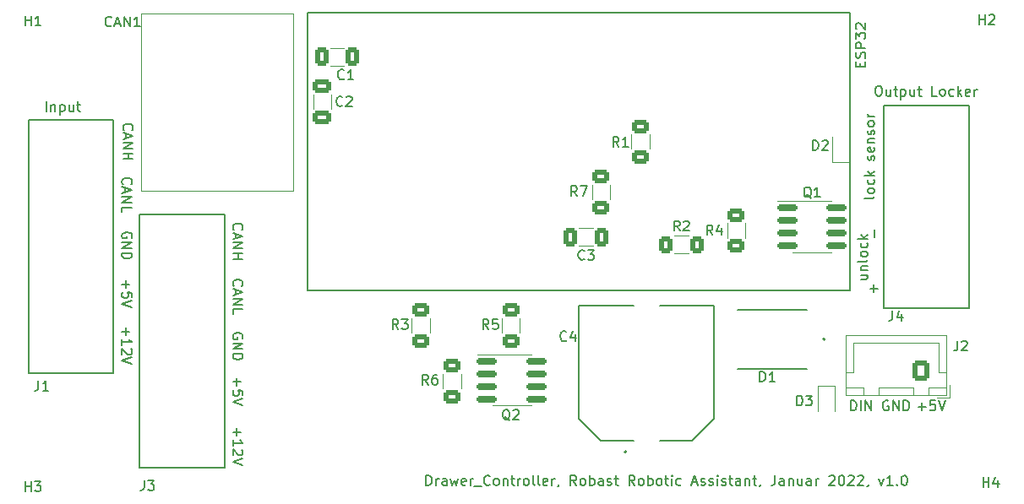
<source format=gto>
%TF.GenerationSoftware,KiCad,Pcbnew,(6.0.1)*%
%TF.CreationDate,2022-02-01T16:24:05+01:00*%
%TF.ProjectId,Drawer_Controller,44726177-6572-45f4-936f-6e74726f6c6c,rev?*%
%TF.SameCoordinates,Original*%
%TF.FileFunction,Legend,Top*%
%TF.FilePolarity,Positive*%
%FSLAX46Y46*%
G04 Gerber Fmt 4.6, Leading zero omitted, Abs format (unit mm)*
G04 Created by KiCad (PCBNEW (6.0.1)) date 2022-02-01 16:24:05*
%MOMM*%
%LPD*%
G01*
G04 APERTURE LIST*
G04 Aperture macros list*
%AMRoundRect*
0 Rectangle with rounded corners*
0 $1 Rounding radius*
0 $2 $3 $4 $5 $6 $7 $8 $9 X,Y pos of 4 corners*
0 Add a 4 corners polygon primitive as box body*
4,1,4,$2,$3,$4,$5,$6,$7,$8,$9,$2,$3,0*
0 Add four circle primitives for the rounded corners*
1,1,$1+$1,$2,$3*
1,1,$1+$1,$4,$5*
1,1,$1+$1,$6,$7*
1,1,$1+$1,$8,$9*
0 Add four rect primitives between the rounded corners*
20,1,$1+$1,$2,$3,$4,$5,0*
20,1,$1+$1,$4,$5,$6,$7,0*
20,1,$1+$1,$6,$7,$8,$9,0*
20,1,$1+$1,$8,$9,$2,$3,0*%
G04 Aperture macros list end*
%ADD10C,0.150000*%
%ADD11C,0.127000*%
%ADD12C,0.200000*%
%ADD13C,0.120000*%
%ADD14R,2.000000X5.700000*%
%ADD15R,1.560000X1.560000*%
%ADD16C,1.560000*%
%ADD17RoundRect,0.250000X0.625000X-0.400000X0.625000X0.400000X-0.625000X0.400000X-0.625000X-0.400000X0*%
%ADD18RoundRect,0.150000X-0.825000X-0.150000X0.825000X-0.150000X0.825000X0.150000X-0.825000X0.150000X0*%
%ADD19C,2.400000*%
%ADD20C,1.524000*%
%ADD21RoundRect,0.250000X-0.400000X-0.625000X0.400000X-0.625000X0.400000X0.625000X-0.400000X0.625000X0*%
%ADD22RoundRect,0.250000X-0.625000X0.400000X-0.625000X-0.400000X0.625000X-0.400000X0.625000X0.400000X0*%
%ADD23C,4.300000*%
%ADD24R,0.450000X0.600000*%
%ADD25RoundRect,0.250000X0.412500X0.650000X-0.412500X0.650000X-0.412500X-0.650000X0.412500X-0.650000X0*%
%ADD26RoundRect,0.250000X-0.650000X0.412500X-0.650000X-0.412500X0.650000X-0.412500X0.650000X0.412500X0*%
%ADD27RoundRect,0.250000X0.600000X0.725000X-0.600000X0.725000X-0.600000X-0.725000X0.600000X-0.725000X0*%
%ADD28O,1.700000X1.950000*%
%ADD29R,2.250000X3.120000*%
G04 APERTURE END LIST*
D10*
X113642857Y-112833333D02*
X113595238Y-112785714D01*
X113547619Y-112642857D01*
X113547619Y-112547619D01*
X113595238Y-112404761D01*
X113690476Y-112309523D01*
X113785714Y-112261904D01*
X113976190Y-112214285D01*
X114119047Y-112214285D01*
X114309523Y-112261904D01*
X114404761Y-112309523D01*
X114500000Y-112404761D01*
X114547619Y-112547619D01*
X114547619Y-112642857D01*
X114500000Y-112785714D01*
X114452380Y-112833333D01*
X113833333Y-113214285D02*
X113833333Y-113690476D01*
X113547619Y-113119047D02*
X114547619Y-113452380D01*
X113547619Y-113785714D01*
X113547619Y-114119047D02*
X114547619Y-114119047D01*
X113547619Y-114690476D01*
X114547619Y-114690476D01*
X113547619Y-115166666D02*
X114547619Y-115166666D01*
X114071428Y-115166666D02*
X114071428Y-115738095D01*
X113547619Y-115738095D02*
X114547619Y-115738095D01*
X186476190Y-140952380D02*
X186476190Y-139952380D01*
X186714285Y-139952380D01*
X186857142Y-140000000D01*
X186952380Y-140095238D01*
X187000000Y-140190476D01*
X187047619Y-140380952D01*
X187047619Y-140523809D01*
X187000000Y-140714285D01*
X186952380Y-140809523D01*
X186857142Y-140904761D01*
X186714285Y-140952380D01*
X186476190Y-140952380D01*
X187476190Y-140952380D02*
X187476190Y-139952380D01*
X187952380Y-140952380D02*
X187952380Y-139952380D01*
X188523809Y-140952380D01*
X188523809Y-139952380D01*
X187485714Y-127385714D02*
X188152380Y-127385714D01*
X187485714Y-127814285D02*
X188009523Y-127814285D01*
X188104761Y-127766666D01*
X188152380Y-127671428D01*
X188152380Y-127528571D01*
X188104761Y-127433333D01*
X188057142Y-127385714D01*
X187485714Y-126909523D02*
X188152380Y-126909523D01*
X187580952Y-126909523D02*
X187533333Y-126861904D01*
X187485714Y-126766666D01*
X187485714Y-126623809D01*
X187533333Y-126528571D01*
X187628571Y-126480952D01*
X188152380Y-126480952D01*
X188152380Y-125861904D02*
X188104761Y-125957142D01*
X188009523Y-126004761D01*
X187152380Y-126004761D01*
X188152380Y-125338095D02*
X188104761Y-125433333D01*
X188057142Y-125480952D01*
X187961904Y-125528571D01*
X187676190Y-125528571D01*
X187580952Y-125480952D01*
X187533333Y-125433333D01*
X187485714Y-125338095D01*
X187485714Y-125195238D01*
X187533333Y-125100000D01*
X187580952Y-125052380D01*
X187676190Y-125004761D01*
X187961904Y-125004761D01*
X188057142Y-125052380D01*
X188104761Y-125100000D01*
X188152380Y-125195238D01*
X188152380Y-125338095D01*
X188104761Y-124147619D02*
X188152380Y-124242857D01*
X188152380Y-124433333D01*
X188104761Y-124528571D01*
X188057142Y-124576190D01*
X187961904Y-124623809D01*
X187676190Y-124623809D01*
X187580952Y-124576190D01*
X187533333Y-124528571D01*
X187485714Y-124433333D01*
X187485714Y-124242857D01*
X187533333Y-124147619D01*
X188152380Y-123719047D02*
X187152380Y-123719047D01*
X187771428Y-123623809D02*
X188152380Y-123338095D01*
X187485714Y-123338095D02*
X187866666Y-123719047D01*
X125500000Y-133738095D02*
X125547619Y-133642857D01*
X125547619Y-133500000D01*
X125500000Y-133357142D01*
X125404761Y-133261904D01*
X125309523Y-133214285D01*
X125119047Y-133166666D01*
X124976190Y-133166666D01*
X124785714Y-133214285D01*
X124690476Y-133261904D01*
X124595238Y-133357142D01*
X124547619Y-133500000D01*
X124547619Y-133595238D01*
X124595238Y-133738095D01*
X124642857Y-133785714D01*
X124976190Y-133785714D01*
X124976190Y-133595238D01*
X124547619Y-134214285D02*
X125547619Y-134214285D01*
X124547619Y-134785714D01*
X125547619Y-134785714D01*
X124547619Y-135261904D02*
X125547619Y-135261904D01*
X125547619Y-135500000D01*
X125500000Y-135642857D01*
X125404761Y-135738095D01*
X125309523Y-135785714D01*
X125119047Y-135833333D01*
X124976190Y-135833333D01*
X124785714Y-135785714D01*
X124690476Y-135738095D01*
X124595238Y-135642857D01*
X124547619Y-135500000D01*
X124547619Y-135261904D01*
X124928571Y-137714285D02*
X124928571Y-138476190D01*
X124547619Y-138095238D02*
X125309523Y-138095238D01*
X125547619Y-139428571D02*
X125547619Y-138952380D01*
X125071428Y-138904761D01*
X125119047Y-138952380D01*
X125166666Y-139047619D01*
X125166666Y-139285714D01*
X125119047Y-139380952D01*
X125071428Y-139428571D01*
X124976190Y-139476190D01*
X124738095Y-139476190D01*
X124642857Y-139428571D01*
X124595238Y-139380952D01*
X124547619Y-139285714D01*
X124547619Y-139047619D01*
X124595238Y-138952380D01*
X124642857Y-138904761D01*
X125547619Y-139761904D02*
X124547619Y-140095238D01*
X125547619Y-140428571D01*
X113828571Y-127914285D02*
X113828571Y-128676190D01*
X113447619Y-128295238D02*
X114209523Y-128295238D01*
X114447619Y-129628571D02*
X114447619Y-129152380D01*
X113971428Y-129104761D01*
X114019047Y-129152380D01*
X114066666Y-129247619D01*
X114066666Y-129485714D01*
X114019047Y-129580952D01*
X113971428Y-129628571D01*
X113876190Y-129676190D01*
X113638095Y-129676190D01*
X113542857Y-129628571D01*
X113495238Y-129580952D01*
X113447619Y-129485714D01*
X113447619Y-129247619D01*
X113495238Y-129152380D01*
X113542857Y-129104761D01*
X114447619Y-129961904D02*
X113447619Y-130295238D01*
X114447619Y-130628571D01*
X188871428Y-123580952D02*
X188871428Y-122819047D01*
X124928571Y-142738095D02*
X124928571Y-143500000D01*
X124547619Y-143119047D02*
X125309523Y-143119047D01*
X124547619Y-144500000D02*
X124547619Y-143928571D01*
X124547619Y-144214285D02*
X125547619Y-144214285D01*
X125404761Y-144119047D01*
X125309523Y-144023809D01*
X125261904Y-143928571D01*
X125452380Y-144880952D02*
X125500000Y-144928571D01*
X125547619Y-145023809D01*
X125547619Y-145261904D01*
X125500000Y-145357142D01*
X125452380Y-145404761D01*
X125357142Y-145452380D01*
X125261904Y-145452380D01*
X125119047Y-145404761D01*
X124547619Y-144833333D01*
X124547619Y-145452380D01*
X125547619Y-145738095D02*
X124547619Y-146071428D01*
X125547619Y-146404761D01*
X190238095Y-140000000D02*
X190142857Y-139952380D01*
X190000000Y-139952380D01*
X189857142Y-140000000D01*
X189761904Y-140095238D01*
X189714285Y-140190476D01*
X189666666Y-140380952D01*
X189666666Y-140523809D01*
X189714285Y-140714285D01*
X189761904Y-140809523D01*
X189857142Y-140904761D01*
X190000000Y-140952380D01*
X190095238Y-140952380D01*
X190238095Y-140904761D01*
X190285714Y-140857142D01*
X190285714Y-140523809D01*
X190095238Y-140523809D01*
X190714285Y-140952380D02*
X190714285Y-139952380D01*
X191285714Y-140952380D01*
X191285714Y-139952380D01*
X191761904Y-140952380D02*
X191761904Y-139952380D01*
X192000000Y-139952380D01*
X192142857Y-140000000D01*
X192238095Y-140095238D01*
X192285714Y-140190476D01*
X192333333Y-140380952D01*
X192333333Y-140523809D01*
X192285714Y-140714285D01*
X192238095Y-140809523D01*
X192142857Y-140904761D01*
X192000000Y-140952380D01*
X191761904Y-140952380D01*
X193214285Y-140571428D02*
X193976190Y-140571428D01*
X193595238Y-140952380D02*
X193595238Y-140190476D01*
X194928571Y-139952380D02*
X194452380Y-139952380D01*
X194404761Y-140428571D01*
X194452380Y-140380952D01*
X194547619Y-140333333D01*
X194785714Y-140333333D01*
X194880952Y-140380952D01*
X194928571Y-140428571D01*
X194976190Y-140523809D01*
X194976190Y-140761904D01*
X194928571Y-140857142D01*
X194880952Y-140904761D01*
X194785714Y-140952380D01*
X194547619Y-140952380D01*
X194452380Y-140904761D01*
X194404761Y-140857142D01*
X195261904Y-139952380D02*
X195595238Y-140952380D01*
X195928571Y-139952380D01*
X124642857Y-122833333D02*
X124595238Y-122785714D01*
X124547619Y-122642857D01*
X124547619Y-122547619D01*
X124595238Y-122404761D01*
X124690476Y-122309523D01*
X124785714Y-122261904D01*
X124976190Y-122214285D01*
X125119047Y-122214285D01*
X125309523Y-122261904D01*
X125404761Y-122309523D01*
X125500000Y-122404761D01*
X125547619Y-122547619D01*
X125547619Y-122642857D01*
X125500000Y-122785714D01*
X125452380Y-122833333D01*
X124833333Y-123214285D02*
X124833333Y-123690476D01*
X124547619Y-123119047D02*
X125547619Y-123452380D01*
X124547619Y-123785714D01*
X124547619Y-124119047D02*
X125547619Y-124119047D01*
X124547619Y-124690476D01*
X125547619Y-124690476D01*
X124547619Y-125166666D02*
X125547619Y-125166666D01*
X125071428Y-125166666D02*
X125071428Y-125738095D01*
X124547619Y-125738095D02*
X125547619Y-125738095D01*
X188852380Y-119500000D02*
X188804761Y-119595238D01*
X188709523Y-119642857D01*
X187852380Y-119642857D01*
X188852380Y-118976190D02*
X188804761Y-119071428D01*
X188757142Y-119119047D01*
X188661904Y-119166666D01*
X188376190Y-119166666D01*
X188280952Y-119119047D01*
X188233333Y-119071428D01*
X188185714Y-118976190D01*
X188185714Y-118833333D01*
X188233333Y-118738095D01*
X188280952Y-118690476D01*
X188376190Y-118642857D01*
X188661904Y-118642857D01*
X188757142Y-118690476D01*
X188804761Y-118738095D01*
X188852380Y-118833333D01*
X188852380Y-118976190D01*
X188804761Y-117785714D02*
X188852380Y-117880952D01*
X188852380Y-118071428D01*
X188804761Y-118166666D01*
X188757142Y-118214285D01*
X188661904Y-118261904D01*
X188376190Y-118261904D01*
X188280952Y-118214285D01*
X188233333Y-118166666D01*
X188185714Y-118071428D01*
X188185714Y-117880952D01*
X188233333Y-117785714D01*
X188852380Y-117357142D02*
X187852380Y-117357142D01*
X188471428Y-117261904D02*
X188852380Y-116976190D01*
X188185714Y-116976190D02*
X188566666Y-117357142D01*
X188804761Y-115833333D02*
X188852380Y-115738095D01*
X188852380Y-115547619D01*
X188804761Y-115452380D01*
X188709523Y-115404761D01*
X188661904Y-115404761D01*
X188566666Y-115452380D01*
X188519047Y-115547619D01*
X188519047Y-115690476D01*
X188471428Y-115785714D01*
X188376190Y-115833333D01*
X188328571Y-115833333D01*
X188233333Y-115785714D01*
X188185714Y-115690476D01*
X188185714Y-115547619D01*
X188233333Y-115452380D01*
X188804761Y-114595238D02*
X188852380Y-114690476D01*
X188852380Y-114880952D01*
X188804761Y-114976190D01*
X188709523Y-115023809D01*
X188328571Y-115023809D01*
X188233333Y-114976190D01*
X188185714Y-114880952D01*
X188185714Y-114690476D01*
X188233333Y-114595238D01*
X188328571Y-114547619D01*
X188423809Y-114547619D01*
X188519047Y-115023809D01*
X188185714Y-114119047D02*
X188852380Y-114119047D01*
X188280952Y-114119047D02*
X188233333Y-114071428D01*
X188185714Y-113976190D01*
X188185714Y-113833333D01*
X188233333Y-113738095D01*
X188328571Y-113690476D01*
X188852380Y-113690476D01*
X188804761Y-113261904D02*
X188852380Y-113166666D01*
X188852380Y-112976190D01*
X188804761Y-112880952D01*
X188709523Y-112833333D01*
X188661904Y-112833333D01*
X188566666Y-112880952D01*
X188519047Y-112976190D01*
X188519047Y-113119047D01*
X188471428Y-113214285D01*
X188376190Y-113261904D01*
X188328571Y-113261904D01*
X188233333Y-113214285D01*
X188185714Y-113119047D01*
X188185714Y-112976190D01*
X188233333Y-112880952D01*
X188852380Y-112261904D02*
X188804761Y-112357142D01*
X188757142Y-112404761D01*
X188661904Y-112452380D01*
X188376190Y-112452380D01*
X188280952Y-112404761D01*
X188233333Y-112357142D01*
X188185714Y-112261904D01*
X188185714Y-112119047D01*
X188233333Y-112023809D01*
X188280952Y-111976190D01*
X188376190Y-111928571D01*
X188661904Y-111928571D01*
X188757142Y-111976190D01*
X188804761Y-112023809D01*
X188852380Y-112119047D01*
X188852380Y-112261904D01*
X188852380Y-111500000D02*
X188185714Y-111500000D01*
X188376190Y-111500000D02*
X188280952Y-111452380D01*
X188233333Y-111404761D01*
X188185714Y-111309523D01*
X188185714Y-111214285D01*
X188771428Y-129080952D02*
X188771428Y-128319047D01*
X189152380Y-128700000D02*
X188390476Y-128700000D01*
X187428571Y-106442857D02*
X187428571Y-106109523D01*
X187952380Y-105966666D02*
X187952380Y-106442857D01*
X186952380Y-106442857D01*
X186952380Y-105966666D01*
X187904761Y-105585714D02*
X187952380Y-105442857D01*
X187952380Y-105204761D01*
X187904761Y-105109523D01*
X187857142Y-105061904D01*
X187761904Y-105014285D01*
X187666666Y-105014285D01*
X187571428Y-105061904D01*
X187523809Y-105109523D01*
X187476190Y-105204761D01*
X187428571Y-105395238D01*
X187380952Y-105490476D01*
X187333333Y-105538095D01*
X187238095Y-105585714D01*
X187142857Y-105585714D01*
X187047619Y-105538095D01*
X187000000Y-105490476D01*
X186952380Y-105395238D01*
X186952380Y-105157142D01*
X187000000Y-105014285D01*
X187952380Y-104585714D02*
X186952380Y-104585714D01*
X186952380Y-104204761D01*
X187000000Y-104109523D01*
X187047619Y-104061904D01*
X187142857Y-104014285D01*
X187285714Y-104014285D01*
X187380952Y-104061904D01*
X187428571Y-104109523D01*
X187476190Y-104204761D01*
X187476190Y-104585714D01*
X186952380Y-103680952D02*
X186952380Y-103061904D01*
X187333333Y-103395238D01*
X187333333Y-103252380D01*
X187380952Y-103157142D01*
X187428571Y-103109523D01*
X187523809Y-103061904D01*
X187761904Y-103061904D01*
X187857142Y-103109523D01*
X187904761Y-103157142D01*
X187952380Y-103252380D01*
X187952380Y-103538095D01*
X187904761Y-103633333D01*
X187857142Y-103680952D01*
X187047619Y-102680952D02*
X187000000Y-102633333D01*
X186952380Y-102538095D01*
X186952380Y-102300000D01*
X187000000Y-102204761D01*
X187047619Y-102157142D01*
X187142857Y-102109523D01*
X187238095Y-102109523D01*
X187380952Y-102157142D01*
X187952380Y-102728571D01*
X187952380Y-102109523D01*
X114400000Y-123638095D02*
X114447619Y-123542857D01*
X114447619Y-123400000D01*
X114400000Y-123257142D01*
X114304761Y-123161904D01*
X114209523Y-123114285D01*
X114019047Y-123066666D01*
X113876190Y-123066666D01*
X113685714Y-123114285D01*
X113590476Y-123161904D01*
X113495238Y-123257142D01*
X113447619Y-123400000D01*
X113447619Y-123495238D01*
X113495238Y-123638095D01*
X113542857Y-123685714D01*
X113876190Y-123685714D01*
X113876190Y-123495238D01*
X113447619Y-124114285D02*
X114447619Y-124114285D01*
X113447619Y-124685714D01*
X114447619Y-124685714D01*
X113447619Y-125161904D02*
X114447619Y-125161904D01*
X114447619Y-125400000D01*
X114400000Y-125542857D01*
X114304761Y-125638095D01*
X114209523Y-125685714D01*
X114019047Y-125733333D01*
X113876190Y-125733333D01*
X113685714Y-125685714D01*
X113590476Y-125638095D01*
X113495238Y-125542857D01*
X113447619Y-125400000D01*
X113447619Y-125161904D01*
X124642857Y-128452380D02*
X124595238Y-128404761D01*
X124547619Y-128261904D01*
X124547619Y-128166666D01*
X124595238Y-128023809D01*
X124690476Y-127928571D01*
X124785714Y-127880952D01*
X124976190Y-127833333D01*
X125119047Y-127833333D01*
X125309523Y-127880952D01*
X125404761Y-127928571D01*
X125500000Y-128023809D01*
X125547619Y-128166666D01*
X125547619Y-128261904D01*
X125500000Y-128404761D01*
X125452380Y-128452380D01*
X124833333Y-128833333D02*
X124833333Y-129309523D01*
X124547619Y-128738095D02*
X125547619Y-129071428D01*
X124547619Y-129404761D01*
X124547619Y-129738095D02*
X125547619Y-129738095D01*
X124547619Y-130309523D01*
X125547619Y-130309523D01*
X124547619Y-131261904D02*
X124547619Y-130785714D01*
X125547619Y-130785714D01*
X143928571Y-148452380D02*
X143928571Y-147452380D01*
X144166666Y-147452380D01*
X144309523Y-147500000D01*
X144404761Y-147595238D01*
X144452380Y-147690476D01*
X144500000Y-147880952D01*
X144500000Y-148023809D01*
X144452380Y-148214285D01*
X144404761Y-148309523D01*
X144309523Y-148404761D01*
X144166666Y-148452380D01*
X143928571Y-148452380D01*
X144928571Y-148452380D02*
X144928571Y-147785714D01*
X144928571Y-147976190D02*
X144976190Y-147880952D01*
X145023809Y-147833333D01*
X145119047Y-147785714D01*
X145214285Y-147785714D01*
X145976190Y-148452380D02*
X145976190Y-147928571D01*
X145928571Y-147833333D01*
X145833333Y-147785714D01*
X145642857Y-147785714D01*
X145547619Y-147833333D01*
X145976190Y-148404761D02*
X145880952Y-148452380D01*
X145642857Y-148452380D01*
X145547619Y-148404761D01*
X145500000Y-148309523D01*
X145500000Y-148214285D01*
X145547619Y-148119047D01*
X145642857Y-148071428D01*
X145880952Y-148071428D01*
X145976190Y-148023809D01*
X146357142Y-147785714D02*
X146547619Y-148452380D01*
X146738095Y-147976190D01*
X146928571Y-148452380D01*
X147119047Y-147785714D01*
X147880952Y-148404761D02*
X147785714Y-148452380D01*
X147595238Y-148452380D01*
X147500000Y-148404761D01*
X147452380Y-148309523D01*
X147452380Y-147928571D01*
X147500000Y-147833333D01*
X147595238Y-147785714D01*
X147785714Y-147785714D01*
X147880952Y-147833333D01*
X147928571Y-147928571D01*
X147928571Y-148023809D01*
X147452380Y-148119047D01*
X148357142Y-148452380D02*
X148357142Y-147785714D01*
X148357142Y-147976190D02*
X148404761Y-147880952D01*
X148452380Y-147833333D01*
X148547619Y-147785714D01*
X148642857Y-147785714D01*
X148738095Y-148547619D02*
X149500000Y-148547619D01*
X150309523Y-148357142D02*
X150261904Y-148404761D01*
X150119047Y-148452380D01*
X150023809Y-148452380D01*
X149880952Y-148404761D01*
X149785714Y-148309523D01*
X149738095Y-148214285D01*
X149690476Y-148023809D01*
X149690476Y-147880952D01*
X149738095Y-147690476D01*
X149785714Y-147595238D01*
X149880952Y-147500000D01*
X150023809Y-147452380D01*
X150119047Y-147452380D01*
X150261904Y-147500000D01*
X150309523Y-147547619D01*
X150880952Y-148452380D02*
X150785714Y-148404761D01*
X150738095Y-148357142D01*
X150690476Y-148261904D01*
X150690476Y-147976190D01*
X150738095Y-147880952D01*
X150785714Y-147833333D01*
X150880952Y-147785714D01*
X151023809Y-147785714D01*
X151119047Y-147833333D01*
X151166666Y-147880952D01*
X151214285Y-147976190D01*
X151214285Y-148261904D01*
X151166666Y-148357142D01*
X151119047Y-148404761D01*
X151023809Y-148452380D01*
X150880952Y-148452380D01*
X151642857Y-147785714D02*
X151642857Y-148452380D01*
X151642857Y-147880952D02*
X151690476Y-147833333D01*
X151785714Y-147785714D01*
X151928571Y-147785714D01*
X152023809Y-147833333D01*
X152071428Y-147928571D01*
X152071428Y-148452380D01*
X152404761Y-147785714D02*
X152785714Y-147785714D01*
X152547619Y-147452380D02*
X152547619Y-148309523D01*
X152595238Y-148404761D01*
X152690476Y-148452380D01*
X152785714Y-148452380D01*
X153119047Y-148452380D02*
X153119047Y-147785714D01*
X153119047Y-147976190D02*
X153166666Y-147880952D01*
X153214285Y-147833333D01*
X153309523Y-147785714D01*
X153404761Y-147785714D01*
X153880952Y-148452380D02*
X153785714Y-148404761D01*
X153738095Y-148357142D01*
X153690476Y-148261904D01*
X153690476Y-147976190D01*
X153738095Y-147880952D01*
X153785714Y-147833333D01*
X153880952Y-147785714D01*
X154023809Y-147785714D01*
X154119047Y-147833333D01*
X154166666Y-147880952D01*
X154214285Y-147976190D01*
X154214285Y-148261904D01*
X154166666Y-148357142D01*
X154119047Y-148404761D01*
X154023809Y-148452380D01*
X153880952Y-148452380D01*
X154785714Y-148452380D02*
X154690476Y-148404761D01*
X154642857Y-148309523D01*
X154642857Y-147452380D01*
X155309523Y-148452380D02*
X155214285Y-148404761D01*
X155166666Y-148309523D01*
X155166666Y-147452380D01*
X156071428Y-148404761D02*
X155976190Y-148452380D01*
X155785714Y-148452380D01*
X155690476Y-148404761D01*
X155642857Y-148309523D01*
X155642857Y-147928571D01*
X155690476Y-147833333D01*
X155785714Y-147785714D01*
X155976190Y-147785714D01*
X156071428Y-147833333D01*
X156119047Y-147928571D01*
X156119047Y-148023809D01*
X155642857Y-148119047D01*
X156547619Y-148452380D02*
X156547619Y-147785714D01*
X156547619Y-147976190D02*
X156595238Y-147880952D01*
X156642857Y-147833333D01*
X156738095Y-147785714D01*
X156833333Y-147785714D01*
X157214285Y-148404761D02*
X157214285Y-148452380D01*
X157166666Y-148547619D01*
X157119047Y-148595238D01*
X158976190Y-148452380D02*
X158642857Y-147976190D01*
X158404761Y-148452380D02*
X158404761Y-147452380D01*
X158785714Y-147452380D01*
X158880952Y-147500000D01*
X158928571Y-147547619D01*
X158976190Y-147642857D01*
X158976190Y-147785714D01*
X158928571Y-147880952D01*
X158880952Y-147928571D01*
X158785714Y-147976190D01*
X158404761Y-147976190D01*
X159547619Y-148452380D02*
X159452380Y-148404761D01*
X159404761Y-148357142D01*
X159357142Y-148261904D01*
X159357142Y-147976190D01*
X159404761Y-147880952D01*
X159452380Y-147833333D01*
X159547619Y-147785714D01*
X159690476Y-147785714D01*
X159785714Y-147833333D01*
X159833333Y-147880952D01*
X159880952Y-147976190D01*
X159880952Y-148261904D01*
X159833333Y-148357142D01*
X159785714Y-148404761D01*
X159690476Y-148452380D01*
X159547619Y-148452380D01*
X160309523Y-148452380D02*
X160309523Y-147452380D01*
X160309523Y-147833333D02*
X160404761Y-147785714D01*
X160595238Y-147785714D01*
X160690476Y-147833333D01*
X160738095Y-147880952D01*
X160785714Y-147976190D01*
X160785714Y-148261904D01*
X160738095Y-148357142D01*
X160690476Y-148404761D01*
X160595238Y-148452380D01*
X160404761Y-148452380D01*
X160309523Y-148404761D01*
X161642857Y-148452380D02*
X161642857Y-147928571D01*
X161595238Y-147833333D01*
X161500000Y-147785714D01*
X161309523Y-147785714D01*
X161214285Y-147833333D01*
X161642857Y-148404761D02*
X161547619Y-148452380D01*
X161309523Y-148452380D01*
X161214285Y-148404761D01*
X161166666Y-148309523D01*
X161166666Y-148214285D01*
X161214285Y-148119047D01*
X161309523Y-148071428D01*
X161547619Y-148071428D01*
X161642857Y-148023809D01*
X162071428Y-148404761D02*
X162166666Y-148452380D01*
X162357142Y-148452380D01*
X162452380Y-148404761D01*
X162500000Y-148309523D01*
X162500000Y-148261904D01*
X162452380Y-148166666D01*
X162357142Y-148119047D01*
X162214285Y-148119047D01*
X162119047Y-148071428D01*
X162071428Y-147976190D01*
X162071428Y-147928571D01*
X162119047Y-147833333D01*
X162214285Y-147785714D01*
X162357142Y-147785714D01*
X162452380Y-147833333D01*
X162785714Y-147785714D02*
X163166666Y-147785714D01*
X162928571Y-147452380D02*
X162928571Y-148309523D01*
X162976190Y-148404761D01*
X163071428Y-148452380D01*
X163166666Y-148452380D01*
X164833333Y-148452380D02*
X164500000Y-147976190D01*
X164261904Y-148452380D02*
X164261904Y-147452380D01*
X164642857Y-147452380D01*
X164738095Y-147500000D01*
X164785714Y-147547619D01*
X164833333Y-147642857D01*
X164833333Y-147785714D01*
X164785714Y-147880952D01*
X164738095Y-147928571D01*
X164642857Y-147976190D01*
X164261904Y-147976190D01*
X165404761Y-148452380D02*
X165309523Y-148404761D01*
X165261904Y-148357142D01*
X165214285Y-148261904D01*
X165214285Y-147976190D01*
X165261904Y-147880952D01*
X165309523Y-147833333D01*
X165404761Y-147785714D01*
X165547619Y-147785714D01*
X165642857Y-147833333D01*
X165690476Y-147880952D01*
X165738095Y-147976190D01*
X165738095Y-148261904D01*
X165690476Y-148357142D01*
X165642857Y-148404761D01*
X165547619Y-148452380D01*
X165404761Y-148452380D01*
X166166666Y-148452380D02*
X166166666Y-147452380D01*
X166166666Y-147833333D02*
X166261904Y-147785714D01*
X166452380Y-147785714D01*
X166547619Y-147833333D01*
X166595238Y-147880952D01*
X166642857Y-147976190D01*
X166642857Y-148261904D01*
X166595238Y-148357142D01*
X166547619Y-148404761D01*
X166452380Y-148452380D01*
X166261904Y-148452380D01*
X166166666Y-148404761D01*
X167214285Y-148452380D02*
X167119047Y-148404761D01*
X167071428Y-148357142D01*
X167023809Y-148261904D01*
X167023809Y-147976190D01*
X167071428Y-147880952D01*
X167119047Y-147833333D01*
X167214285Y-147785714D01*
X167357142Y-147785714D01*
X167452380Y-147833333D01*
X167500000Y-147880952D01*
X167547619Y-147976190D01*
X167547619Y-148261904D01*
X167500000Y-148357142D01*
X167452380Y-148404761D01*
X167357142Y-148452380D01*
X167214285Y-148452380D01*
X167833333Y-147785714D02*
X168214285Y-147785714D01*
X167976190Y-147452380D02*
X167976190Y-148309523D01*
X168023809Y-148404761D01*
X168119047Y-148452380D01*
X168214285Y-148452380D01*
X168547619Y-148452380D02*
X168547619Y-147785714D01*
X168547619Y-147452380D02*
X168500000Y-147500000D01*
X168547619Y-147547619D01*
X168595238Y-147500000D01*
X168547619Y-147452380D01*
X168547619Y-147547619D01*
X169452380Y-148404761D02*
X169357142Y-148452380D01*
X169166666Y-148452380D01*
X169071428Y-148404761D01*
X169023809Y-148357142D01*
X168976190Y-148261904D01*
X168976190Y-147976190D01*
X169023809Y-147880952D01*
X169071428Y-147833333D01*
X169166666Y-147785714D01*
X169357142Y-147785714D01*
X169452380Y-147833333D01*
X170595238Y-148166666D02*
X171071428Y-148166666D01*
X170500000Y-148452380D02*
X170833333Y-147452380D01*
X171166666Y-148452380D01*
X171452380Y-148404761D02*
X171547619Y-148452380D01*
X171738095Y-148452380D01*
X171833333Y-148404761D01*
X171880952Y-148309523D01*
X171880952Y-148261904D01*
X171833333Y-148166666D01*
X171738095Y-148119047D01*
X171595238Y-148119047D01*
X171500000Y-148071428D01*
X171452380Y-147976190D01*
X171452380Y-147928571D01*
X171500000Y-147833333D01*
X171595238Y-147785714D01*
X171738095Y-147785714D01*
X171833333Y-147833333D01*
X172261904Y-148404761D02*
X172357142Y-148452380D01*
X172547619Y-148452380D01*
X172642857Y-148404761D01*
X172690476Y-148309523D01*
X172690476Y-148261904D01*
X172642857Y-148166666D01*
X172547619Y-148119047D01*
X172404761Y-148119047D01*
X172309523Y-148071428D01*
X172261904Y-147976190D01*
X172261904Y-147928571D01*
X172309523Y-147833333D01*
X172404761Y-147785714D01*
X172547619Y-147785714D01*
X172642857Y-147833333D01*
X173119047Y-148452380D02*
X173119047Y-147785714D01*
X173119047Y-147452380D02*
X173071428Y-147500000D01*
X173119047Y-147547619D01*
X173166666Y-147500000D01*
X173119047Y-147452380D01*
X173119047Y-147547619D01*
X173547619Y-148404761D02*
X173642857Y-148452380D01*
X173833333Y-148452380D01*
X173928571Y-148404761D01*
X173976190Y-148309523D01*
X173976190Y-148261904D01*
X173928571Y-148166666D01*
X173833333Y-148119047D01*
X173690476Y-148119047D01*
X173595238Y-148071428D01*
X173547619Y-147976190D01*
X173547619Y-147928571D01*
X173595238Y-147833333D01*
X173690476Y-147785714D01*
X173833333Y-147785714D01*
X173928571Y-147833333D01*
X174261904Y-147785714D02*
X174642857Y-147785714D01*
X174404761Y-147452380D02*
X174404761Y-148309523D01*
X174452380Y-148404761D01*
X174547619Y-148452380D01*
X174642857Y-148452380D01*
X175404761Y-148452380D02*
X175404761Y-147928571D01*
X175357142Y-147833333D01*
X175261904Y-147785714D01*
X175071428Y-147785714D01*
X174976190Y-147833333D01*
X175404761Y-148404761D02*
X175309523Y-148452380D01*
X175071428Y-148452380D01*
X174976190Y-148404761D01*
X174928571Y-148309523D01*
X174928571Y-148214285D01*
X174976190Y-148119047D01*
X175071428Y-148071428D01*
X175309523Y-148071428D01*
X175404761Y-148023809D01*
X175880952Y-147785714D02*
X175880952Y-148452380D01*
X175880952Y-147880952D02*
X175928571Y-147833333D01*
X176023809Y-147785714D01*
X176166666Y-147785714D01*
X176261904Y-147833333D01*
X176309523Y-147928571D01*
X176309523Y-148452380D01*
X176642857Y-147785714D02*
X177023809Y-147785714D01*
X176785714Y-147452380D02*
X176785714Y-148309523D01*
X176833333Y-148404761D01*
X176928571Y-148452380D01*
X177023809Y-148452380D01*
X177404761Y-148404761D02*
X177404761Y-148452380D01*
X177357142Y-148547619D01*
X177309523Y-148595238D01*
X178880952Y-147452380D02*
X178880952Y-148166666D01*
X178833333Y-148309523D01*
X178738095Y-148404761D01*
X178595238Y-148452380D01*
X178500000Y-148452380D01*
X179785714Y-148452380D02*
X179785714Y-147928571D01*
X179738095Y-147833333D01*
X179642857Y-147785714D01*
X179452380Y-147785714D01*
X179357142Y-147833333D01*
X179785714Y-148404761D02*
X179690476Y-148452380D01*
X179452380Y-148452380D01*
X179357142Y-148404761D01*
X179309523Y-148309523D01*
X179309523Y-148214285D01*
X179357142Y-148119047D01*
X179452380Y-148071428D01*
X179690476Y-148071428D01*
X179785714Y-148023809D01*
X180261904Y-147785714D02*
X180261904Y-148452380D01*
X180261904Y-147880952D02*
X180309523Y-147833333D01*
X180404761Y-147785714D01*
X180547619Y-147785714D01*
X180642857Y-147833333D01*
X180690476Y-147928571D01*
X180690476Y-148452380D01*
X181595238Y-147785714D02*
X181595238Y-148452380D01*
X181166666Y-147785714D02*
X181166666Y-148309523D01*
X181214285Y-148404761D01*
X181309523Y-148452380D01*
X181452380Y-148452380D01*
X181547619Y-148404761D01*
X181595238Y-148357142D01*
X182500000Y-148452380D02*
X182500000Y-147928571D01*
X182452380Y-147833333D01*
X182357142Y-147785714D01*
X182166666Y-147785714D01*
X182071428Y-147833333D01*
X182500000Y-148404761D02*
X182404761Y-148452380D01*
X182166666Y-148452380D01*
X182071428Y-148404761D01*
X182023809Y-148309523D01*
X182023809Y-148214285D01*
X182071428Y-148119047D01*
X182166666Y-148071428D01*
X182404761Y-148071428D01*
X182500000Y-148023809D01*
X182976190Y-148452380D02*
X182976190Y-147785714D01*
X182976190Y-147976190D02*
X183023809Y-147880952D01*
X183071428Y-147833333D01*
X183166666Y-147785714D01*
X183261904Y-147785714D01*
X184309523Y-147547619D02*
X184357142Y-147500000D01*
X184452380Y-147452380D01*
X184690476Y-147452380D01*
X184785714Y-147500000D01*
X184833333Y-147547619D01*
X184880952Y-147642857D01*
X184880952Y-147738095D01*
X184833333Y-147880952D01*
X184261904Y-148452380D01*
X184880952Y-148452380D01*
X185500000Y-147452380D02*
X185595238Y-147452380D01*
X185690476Y-147500000D01*
X185738095Y-147547619D01*
X185785714Y-147642857D01*
X185833333Y-147833333D01*
X185833333Y-148071428D01*
X185785714Y-148261904D01*
X185738095Y-148357142D01*
X185690476Y-148404761D01*
X185595238Y-148452380D01*
X185500000Y-148452380D01*
X185404761Y-148404761D01*
X185357142Y-148357142D01*
X185309523Y-148261904D01*
X185261904Y-148071428D01*
X185261904Y-147833333D01*
X185309523Y-147642857D01*
X185357142Y-147547619D01*
X185404761Y-147500000D01*
X185500000Y-147452380D01*
X186214285Y-147547619D02*
X186261904Y-147500000D01*
X186357142Y-147452380D01*
X186595238Y-147452380D01*
X186690476Y-147500000D01*
X186738095Y-147547619D01*
X186785714Y-147642857D01*
X186785714Y-147738095D01*
X186738095Y-147880952D01*
X186166666Y-148452380D01*
X186785714Y-148452380D01*
X187166666Y-147547619D02*
X187214285Y-147500000D01*
X187309523Y-147452380D01*
X187547619Y-147452380D01*
X187642857Y-147500000D01*
X187690476Y-147547619D01*
X187738095Y-147642857D01*
X187738095Y-147738095D01*
X187690476Y-147880952D01*
X187119047Y-148452380D01*
X187738095Y-148452380D01*
X188214285Y-148404761D02*
X188214285Y-148452380D01*
X188166666Y-148547619D01*
X188119047Y-148595238D01*
X189309523Y-147785714D02*
X189547619Y-148452380D01*
X189785714Y-147785714D01*
X190690476Y-148452380D02*
X190119047Y-148452380D01*
X190404761Y-148452380D02*
X190404761Y-147452380D01*
X190309523Y-147595238D01*
X190214285Y-147690476D01*
X190119047Y-147738095D01*
X191119047Y-148357142D02*
X191166666Y-148404761D01*
X191119047Y-148452380D01*
X191071428Y-148404761D01*
X191119047Y-148357142D01*
X191119047Y-148452380D01*
X191785714Y-147452380D02*
X191880952Y-147452380D01*
X191976190Y-147500000D01*
X192023809Y-147547619D01*
X192071428Y-147642857D01*
X192119047Y-147833333D01*
X192119047Y-148071428D01*
X192071428Y-148261904D01*
X192023809Y-148357142D01*
X191976190Y-148404761D01*
X191880952Y-148452380D01*
X191785714Y-148452380D01*
X191690476Y-148404761D01*
X191642857Y-148357142D01*
X191595238Y-148261904D01*
X191547619Y-148071428D01*
X191547619Y-147833333D01*
X191595238Y-147642857D01*
X191642857Y-147547619D01*
X191690476Y-147500000D01*
X191785714Y-147452380D01*
X189166666Y-108402380D02*
X189357142Y-108402380D01*
X189452380Y-108450000D01*
X189547619Y-108545238D01*
X189595238Y-108735714D01*
X189595238Y-109069047D01*
X189547619Y-109259523D01*
X189452380Y-109354761D01*
X189357142Y-109402380D01*
X189166666Y-109402380D01*
X189071428Y-109354761D01*
X188976190Y-109259523D01*
X188928571Y-109069047D01*
X188928571Y-108735714D01*
X188976190Y-108545238D01*
X189071428Y-108450000D01*
X189166666Y-108402380D01*
X190452380Y-108735714D02*
X190452380Y-109402380D01*
X190023809Y-108735714D02*
X190023809Y-109259523D01*
X190071428Y-109354761D01*
X190166666Y-109402380D01*
X190309523Y-109402380D01*
X190404761Y-109354761D01*
X190452380Y-109307142D01*
X190785714Y-108735714D02*
X191166666Y-108735714D01*
X190928571Y-108402380D02*
X190928571Y-109259523D01*
X190976190Y-109354761D01*
X191071428Y-109402380D01*
X191166666Y-109402380D01*
X191500000Y-108735714D02*
X191500000Y-109735714D01*
X191500000Y-108783333D02*
X191595238Y-108735714D01*
X191785714Y-108735714D01*
X191880952Y-108783333D01*
X191928571Y-108830952D01*
X191976190Y-108926190D01*
X191976190Y-109211904D01*
X191928571Y-109307142D01*
X191880952Y-109354761D01*
X191785714Y-109402380D01*
X191595238Y-109402380D01*
X191500000Y-109354761D01*
X192833333Y-108735714D02*
X192833333Y-109402380D01*
X192404761Y-108735714D02*
X192404761Y-109259523D01*
X192452380Y-109354761D01*
X192547619Y-109402380D01*
X192690476Y-109402380D01*
X192785714Y-109354761D01*
X192833333Y-109307142D01*
X193166666Y-108735714D02*
X193547619Y-108735714D01*
X193309523Y-108402380D02*
X193309523Y-109259523D01*
X193357142Y-109354761D01*
X193452380Y-109402380D01*
X193547619Y-109402380D01*
X195119047Y-109402380D02*
X194642857Y-109402380D01*
X194642857Y-108402380D01*
X195595238Y-109402380D02*
X195500000Y-109354761D01*
X195452380Y-109307142D01*
X195404761Y-109211904D01*
X195404761Y-108926190D01*
X195452380Y-108830952D01*
X195500000Y-108783333D01*
X195595238Y-108735714D01*
X195738095Y-108735714D01*
X195833333Y-108783333D01*
X195880952Y-108830952D01*
X195928571Y-108926190D01*
X195928571Y-109211904D01*
X195880952Y-109307142D01*
X195833333Y-109354761D01*
X195738095Y-109402380D01*
X195595238Y-109402380D01*
X196785714Y-109354761D02*
X196690476Y-109402380D01*
X196500000Y-109402380D01*
X196404761Y-109354761D01*
X196357142Y-109307142D01*
X196309523Y-109211904D01*
X196309523Y-108926190D01*
X196357142Y-108830952D01*
X196404761Y-108783333D01*
X196500000Y-108735714D01*
X196690476Y-108735714D01*
X196785714Y-108783333D01*
X197214285Y-109402380D02*
X197214285Y-108402380D01*
X197309523Y-109021428D02*
X197595238Y-109402380D01*
X197595238Y-108735714D02*
X197214285Y-109116666D01*
X198404761Y-109354761D02*
X198309523Y-109402380D01*
X198119047Y-109402380D01*
X198023809Y-109354761D01*
X197976190Y-109259523D01*
X197976190Y-108878571D01*
X198023809Y-108783333D01*
X198119047Y-108735714D01*
X198309523Y-108735714D01*
X198404761Y-108783333D01*
X198452380Y-108878571D01*
X198452380Y-108973809D01*
X197976190Y-109069047D01*
X198880952Y-109402380D02*
X198880952Y-108735714D01*
X198880952Y-108926190D02*
X198928571Y-108830952D01*
X198976190Y-108783333D01*
X199071428Y-108735714D01*
X199166666Y-108735714D01*
X105857142Y-110952380D02*
X105857142Y-109952380D01*
X106333333Y-110285714D02*
X106333333Y-110952380D01*
X106333333Y-110380952D02*
X106380952Y-110333333D01*
X106476190Y-110285714D01*
X106619047Y-110285714D01*
X106714285Y-110333333D01*
X106761904Y-110428571D01*
X106761904Y-110952380D01*
X107238095Y-110285714D02*
X107238095Y-111285714D01*
X107238095Y-110333333D02*
X107333333Y-110285714D01*
X107523809Y-110285714D01*
X107619047Y-110333333D01*
X107666666Y-110380952D01*
X107714285Y-110476190D01*
X107714285Y-110761904D01*
X107666666Y-110857142D01*
X107619047Y-110904761D01*
X107523809Y-110952380D01*
X107333333Y-110952380D01*
X107238095Y-110904761D01*
X108571428Y-110285714D02*
X108571428Y-110952380D01*
X108142857Y-110285714D02*
X108142857Y-110809523D01*
X108190476Y-110904761D01*
X108285714Y-110952380D01*
X108428571Y-110952380D01*
X108523809Y-110904761D01*
X108571428Y-110857142D01*
X108904761Y-110285714D02*
X109285714Y-110285714D01*
X109047619Y-109952380D02*
X109047619Y-110809523D01*
X109095238Y-110904761D01*
X109190476Y-110952380D01*
X109285714Y-110952380D01*
X113542857Y-118252380D02*
X113495238Y-118204761D01*
X113447619Y-118061904D01*
X113447619Y-117966666D01*
X113495238Y-117823809D01*
X113590476Y-117728571D01*
X113685714Y-117680952D01*
X113876190Y-117633333D01*
X114019047Y-117633333D01*
X114209523Y-117680952D01*
X114304761Y-117728571D01*
X114400000Y-117823809D01*
X114447619Y-117966666D01*
X114447619Y-118061904D01*
X114400000Y-118204761D01*
X114352380Y-118252380D01*
X113733333Y-118633333D02*
X113733333Y-119109523D01*
X113447619Y-118538095D02*
X114447619Y-118871428D01*
X113447619Y-119204761D01*
X113447619Y-119538095D02*
X114447619Y-119538095D01*
X113447619Y-120109523D01*
X114447619Y-120109523D01*
X113447619Y-121061904D02*
X113447619Y-120585714D01*
X114447619Y-120585714D01*
X113828571Y-132638095D02*
X113828571Y-133400000D01*
X113447619Y-133019047D02*
X114209523Y-133019047D01*
X113447619Y-134400000D02*
X113447619Y-133828571D01*
X113447619Y-134114285D02*
X114447619Y-134114285D01*
X114304761Y-134019047D01*
X114209523Y-133923809D01*
X114161904Y-133828571D01*
X114352380Y-134780952D02*
X114400000Y-134828571D01*
X114447619Y-134923809D01*
X114447619Y-135161904D01*
X114400000Y-135257142D01*
X114352380Y-135304761D01*
X114257142Y-135352380D01*
X114161904Y-135352380D01*
X114019047Y-135304761D01*
X113447619Y-134733333D01*
X113447619Y-135352380D01*
X114447619Y-135638095D02*
X113447619Y-135971428D01*
X114447619Y-136304761D01*
%TO.C,C4*%
X157983333Y-133907142D02*
X157935714Y-133954761D01*
X157792857Y-134002380D01*
X157697619Y-134002380D01*
X157554761Y-133954761D01*
X157459523Y-133859523D01*
X157411904Y-133764285D01*
X157364285Y-133573809D01*
X157364285Y-133430952D01*
X157411904Y-133240476D01*
X157459523Y-133145238D01*
X157554761Y-133050000D01*
X157697619Y-133002380D01*
X157792857Y-133002380D01*
X157935714Y-133050000D01*
X157983333Y-133097619D01*
X158840476Y-133335714D02*
X158840476Y-134002380D01*
X158602380Y-132954761D02*
X158364285Y-133669047D01*
X158983333Y-133669047D01*
%TO.C,R6*%
X144133333Y-138352380D02*
X143800000Y-137876190D01*
X143561904Y-138352380D02*
X143561904Y-137352380D01*
X143942857Y-137352380D01*
X144038095Y-137400000D01*
X144085714Y-137447619D01*
X144133333Y-137542857D01*
X144133333Y-137685714D01*
X144085714Y-137780952D01*
X144038095Y-137828571D01*
X143942857Y-137876190D01*
X143561904Y-137876190D01*
X144990476Y-137352380D02*
X144800000Y-137352380D01*
X144704761Y-137400000D01*
X144657142Y-137447619D01*
X144561904Y-137590476D01*
X144514285Y-137780952D01*
X144514285Y-138161904D01*
X144561904Y-138257142D01*
X144609523Y-138304761D01*
X144704761Y-138352380D01*
X144895238Y-138352380D01*
X144990476Y-138304761D01*
X145038095Y-138257142D01*
X145085714Y-138161904D01*
X145085714Y-137923809D01*
X145038095Y-137828571D01*
X144990476Y-137780952D01*
X144895238Y-137733333D01*
X144704761Y-137733333D01*
X144609523Y-137780952D01*
X144561904Y-137828571D01*
X144514285Y-137923809D01*
%TO.C,Q1*%
X182504761Y-119647619D02*
X182409523Y-119600000D01*
X182314285Y-119504761D01*
X182171428Y-119361904D01*
X182076190Y-119314285D01*
X181980952Y-119314285D01*
X182028571Y-119552380D02*
X181933333Y-119504761D01*
X181838095Y-119409523D01*
X181790476Y-119219047D01*
X181790476Y-118885714D01*
X181838095Y-118695238D01*
X181933333Y-118600000D01*
X182028571Y-118552380D01*
X182219047Y-118552380D01*
X182314285Y-118600000D01*
X182409523Y-118695238D01*
X182457142Y-118885714D01*
X182457142Y-119219047D01*
X182409523Y-119409523D01*
X182314285Y-119504761D01*
X182219047Y-119552380D01*
X182028571Y-119552380D01*
X183409523Y-119552380D02*
X182838095Y-119552380D01*
X183123809Y-119552380D02*
X183123809Y-118552380D01*
X183028571Y-118695238D01*
X182933333Y-118790476D01*
X182838095Y-118838095D01*
%TO.C,J1*%
X105066666Y-137952380D02*
X105066666Y-138666666D01*
X105019047Y-138809523D01*
X104923809Y-138904761D01*
X104780952Y-138952380D01*
X104685714Y-138952380D01*
X106066666Y-138952380D02*
X105495238Y-138952380D01*
X105780952Y-138952380D02*
X105780952Y-137952380D01*
X105685714Y-138095238D01*
X105590476Y-138190476D01*
X105495238Y-138238095D01*
%TO.C,CAN1*%
X112380952Y-102357142D02*
X112333333Y-102404761D01*
X112190476Y-102452380D01*
X112095238Y-102452380D01*
X111952380Y-102404761D01*
X111857142Y-102309523D01*
X111809523Y-102214285D01*
X111761904Y-102023809D01*
X111761904Y-101880952D01*
X111809523Y-101690476D01*
X111857142Y-101595238D01*
X111952380Y-101500000D01*
X112095238Y-101452380D01*
X112190476Y-101452380D01*
X112333333Y-101500000D01*
X112380952Y-101547619D01*
X112761904Y-102166666D02*
X113238095Y-102166666D01*
X112666666Y-102452380D02*
X113000000Y-101452380D01*
X113333333Y-102452380D01*
X113666666Y-102452380D02*
X113666666Y-101452380D01*
X114238095Y-102452380D01*
X114238095Y-101452380D01*
X115238095Y-102452380D02*
X114666666Y-102452380D01*
X114952380Y-102452380D02*
X114952380Y-101452380D01*
X114857142Y-101595238D01*
X114761904Y-101690476D01*
X114666666Y-101738095D01*
%TO.C,R2*%
X169333333Y-122932380D02*
X169000000Y-122456190D01*
X168761904Y-122932380D02*
X168761904Y-121932380D01*
X169142857Y-121932380D01*
X169238095Y-121980000D01*
X169285714Y-122027619D01*
X169333333Y-122122857D01*
X169333333Y-122265714D01*
X169285714Y-122360952D01*
X169238095Y-122408571D01*
X169142857Y-122456190D01*
X168761904Y-122456190D01*
X169714285Y-122027619D02*
X169761904Y-121980000D01*
X169857142Y-121932380D01*
X170095238Y-121932380D01*
X170190476Y-121980000D01*
X170238095Y-122027619D01*
X170285714Y-122122857D01*
X170285714Y-122218095D01*
X170238095Y-122360952D01*
X169666666Y-122932380D01*
X170285714Y-122932380D01*
%TO.C,Q2*%
X152304761Y-141947619D02*
X152209523Y-141900000D01*
X152114285Y-141804761D01*
X151971428Y-141661904D01*
X151876190Y-141614285D01*
X151780952Y-141614285D01*
X151828571Y-141852380D02*
X151733333Y-141804761D01*
X151638095Y-141709523D01*
X151590476Y-141519047D01*
X151590476Y-141185714D01*
X151638095Y-140995238D01*
X151733333Y-140900000D01*
X151828571Y-140852380D01*
X152019047Y-140852380D01*
X152114285Y-140900000D01*
X152209523Y-140995238D01*
X152257142Y-141185714D01*
X152257142Y-141519047D01*
X152209523Y-141709523D01*
X152114285Y-141804761D01*
X152019047Y-141852380D01*
X151828571Y-141852380D01*
X152638095Y-140947619D02*
X152685714Y-140900000D01*
X152780952Y-140852380D01*
X153019047Y-140852380D01*
X153114285Y-140900000D01*
X153161904Y-140947619D01*
X153209523Y-141042857D01*
X153209523Y-141138095D01*
X153161904Y-141280952D01*
X152590476Y-141852380D01*
X153209523Y-141852380D01*
%TO.C,R3*%
X141133333Y-132802380D02*
X140800000Y-132326190D01*
X140561904Y-132802380D02*
X140561904Y-131802380D01*
X140942857Y-131802380D01*
X141038095Y-131850000D01*
X141085714Y-131897619D01*
X141133333Y-131992857D01*
X141133333Y-132135714D01*
X141085714Y-132230952D01*
X141038095Y-132278571D01*
X140942857Y-132326190D01*
X140561904Y-132326190D01*
X141466666Y-131802380D02*
X142085714Y-131802380D01*
X141752380Y-132183333D01*
X141895238Y-132183333D01*
X141990476Y-132230952D01*
X142038095Y-132278571D01*
X142085714Y-132373809D01*
X142085714Y-132611904D01*
X142038095Y-132707142D01*
X141990476Y-132754761D01*
X141895238Y-132802380D01*
X141609523Y-132802380D01*
X141514285Y-132754761D01*
X141466666Y-132707142D01*
%TO.C,H4*%
X199738095Y-148652380D02*
X199738095Y-147652380D01*
X199738095Y-148128571D02*
X200309523Y-148128571D01*
X200309523Y-148652380D02*
X200309523Y-147652380D01*
X201214285Y-147985714D02*
X201214285Y-148652380D01*
X200976190Y-147604761D02*
X200738095Y-148319047D01*
X201357142Y-148319047D01*
%TO.C,D2*%
X182661904Y-114852380D02*
X182661904Y-113852380D01*
X182900000Y-113852380D01*
X183042857Y-113900000D01*
X183138095Y-113995238D01*
X183185714Y-114090476D01*
X183233333Y-114280952D01*
X183233333Y-114423809D01*
X183185714Y-114614285D01*
X183138095Y-114709523D01*
X183042857Y-114804761D01*
X182900000Y-114852380D01*
X182661904Y-114852380D01*
X183614285Y-113947619D02*
X183661904Y-113900000D01*
X183757142Y-113852380D01*
X183995238Y-113852380D01*
X184090476Y-113900000D01*
X184138095Y-113947619D01*
X184185714Y-114042857D01*
X184185714Y-114138095D01*
X184138095Y-114280952D01*
X183566666Y-114852380D01*
X184185714Y-114852380D01*
%TO.C,R5*%
X150183333Y-132802380D02*
X149850000Y-132326190D01*
X149611904Y-132802380D02*
X149611904Y-131802380D01*
X149992857Y-131802380D01*
X150088095Y-131850000D01*
X150135714Y-131897619D01*
X150183333Y-131992857D01*
X150183333Y-132135714D01*
X150135714Y-132230952D01*
X150088095Y-132278571D01*
X149992857Y-132326190D01*
X149611904Y-132326190D01*
X151088095Y-131802380D02*
X150611904Y-131802380D01*
X150564285Y-132278571D01*
X150611904Y-132230952D01*
X150707142Y-132183333D01*
X150945238Y-132183333D01*
X151040476Y-132230952D01*
X151088095Y-132278571D01*
X151135714Y-132373809D01*
X151135714Y-132611904D01*
X151088095Y-132707142D01*
X151040476Y-132754761D01*
X150945238Y-132802380D01*
X150707142Y-132802380D01*
X150611904Y-132754761D01*
X150564285Y-132707142D01*
%TO.C,C1*%
X135683333Y-107657142D02*
X135635714Y-107704761D01*
X135492857Y-107752380D01*
X135397619Y-107752380D01*
X135254761Y-107704761D01*
X135159523Y-107609523D01*
X135111904Y-107514285D01*
X135064285Y-107323809D01*
X135064285Y-107180952D01*
X135111904Y-106990476D01*
X135159523Y-106895238D01*
X135254761Y-106800000D01*
X135397619Y-106752380D01*
X135492857Y-106752380D01*
X135635714Y-106800000D01*
X135683333Y-106847619D01*
X136635714Y-107752380D02*
X136064285Y-107752380D01*
X136350000Y-107752380D02*
X136350000Y-106752380D01*
X136254761Y-106895238D01*
X136159523Y-106990476D01*
X136064285Y-107038095D01*
%TO.C,J3*%
X115666666Y-147952380D02*
X115666666Y-148666666D01*
X115619047Y-148809523D01*
X115523809Y-148904761D01*
X115380952Y-148952380D01*
X115285714Y-148952380D01*
X116047619Y-147952380D02*
X116666666Y-147952380D01*
X116333333Y-148333333D01*
X116476190Y-148333333D01*
X116571428Y-148380952D01*
X116619047Y-148428571D01*
X116666666Y-148523809D01*
X116666666Y-148761904D01*
X116619047Y-148857142D01*
X116571428Y-148904761D01*
X116476190Y-148952380D01*
X116190476Y-148952380D01*
X116095238Y-148904761D01*
X116047619Y-148857142D01*
%TO.C,H1*%
X103738095Y-102352380D02*
X103738095Y-101352380D01*
X103738095Y-101828571D02*
X104309523Y-101828571D01*
X104309523Y-102352380D02*
X104309523Y-101352380D01*
X105309523Y-102352380D02*
X104738095Y-102352380D01*
X105023809Y-102352380D02*
X105023809Y-101352380D01*
X104928571Y-101495238D01*
X104833333Y-101590476D01*
X104738095Y-101638095D01*
%TO.C,H2*%
X199338095Y-102252380D02*
X199338095Y-101252380D01*
X199338095Y-101728571D02*
X199909523Y-101728571D01*
X199909523Y-102252380D02*
X199909523Y-101252380D01*
X200338095Y-101347619D02*
X200385714Y-101300000D01*
X200480952Y-101252380D01*
X200719047Y-101252380D01*
X200814285Y-101300000D01*
X200861904Y-101347619D01*
X200909523Y-101442857D01*
X200909523Y-101538095D01*
X200861904Y-101680952D01*
X200290476Y-102252380D01*
X200909523Y-102252380D01*
%TO.C,R4*%
X172633333Y-123352380D02*
X172300000Y-122876190D01*
X172061904Y-123352380D02*
X172061904Y-122352380D01*
X172442857Y-122352380D01*
X172538095Y-122400000D01*
X172585714Y-122447619D01*
X172633333Y-122542857D01*
X172633333Y-122685714D01*
X172585714Y-122780952D01*
X172538095Y-122828571D01*
X172442857Y-122876190D01*
X172061904Y-122876190D01*
X173490476Y-122685714D02*
X173490476Y-123352380D01*
X173252380Y-122304761D02*
X173014285Y-123019047D01*
X173633333Y-123019047D01*
%TO.C,H3*%
X103738095Y-149052380D02*
X103738095Y-148052380D01*
X103738095Y-148528571D02*
X104309523Y-148528571D01*
X104309523Y-149052380D02*
X104309523Y-148052380D01*
X104690476Y-148052380D02*
X105309523Y-148052380D01*
X104976190Y-148433333D01*
X105119047Y-148433333D01*
X105214285Y-148480952D01*
X105261904Y-148528571D01*
X105309523Y-148623809D01*
X105309523Y-148861904D01*
X105261904Y-148957142D01*
X105214285Y-149004761D01*
X105119047Y-149052380D01*
X104833333Y-149052380D01*
X104738095Y-149004761D01*
X104690476Y-148957142D01*
%TO.C,D3*%
X181061904Y-140452380D02*
X181061904Y-139452380D01*
X181300000Y-139452380D01*
X181442857Y-139500000D01*
X181538095Y-139595238D01*
X181585714Y-139690476D01*
X181633333Y-139880952D01*
X181633333Y-140023809D01*
X181585714Y-140214285D01*
X181538095Y-140309523D01*
X181442857Y-140404761D01*
X181300000Y-140452380D01*
X181061904Y-140452380D01*
X181966666Y-139452380D02*
X182585714Y-139452380D01*
X182252380Y-139833333D01*
X182395238Y-139833333D01*
X182490476Y-139880952D01*
X182538095Y-139928571D01*
X182585714Y-140023809D01*
X182585714Y-140261904D01*
X182538095Y-140357142D01*
X182490476Y-140404761D01*
X182395238Y-140452380D01*
X182109523Y-140452380D01*
X182014285Y-140404761D01*
X181966666Y-140357142D01*
%TO.C,C2*%
X135533333Y-110357142D02*
X135485714Y-110404761D01*
X135342857Y-110452380D01*
X135247619Y-110452380D01*
X135104761Y-110404761D01*
X135009523Y-110309523D01*
X134961904Y-110214285D01*
X134914285Y-110023809D01*
X134914285Y-109880952D01*
X134961904Y-109690476D01*
X135009523Y-109595238D01*
X135104761Y-109500000D01*
X135247619Y-109452380D01*
X135342857Y-109452380D01*
X135485714Y-109500000D01*
X135533333Y-109547619D01*
X135914285Y-109547619D02*
X135961904Y-109500000D01*
X136057142Y-109452380D01*
X136295238Y-109452380D01*
X136390476Y-109500000D01*
X136438095Y-109547619D01*
X136485714Y-109642857D01*
X136485714Y-109738095D01*
X136438095Y-109880952D01*
X135866666Y-110452380D01*
X136485714Y-110452380D01*
%TO.C,J2*%
X197166666Y-133952380D02*
X197166666Y-134666666D01*
X197119047Y-134809523D01*
X197023809Y-134904761D01*
X196880952Y-134952380D01*
X196785714Y-134952380D01*
X197595238Y-134047619D02*
X197642857Y-134000000D01*
X197738095Y-133952380D01*
X197976190Y-133952380D01*
X198071428Y-134000000D01*
X198119047Y-134047619D01*
X198166666Y-134142857D01*
X198166666Y-134238095D01*
X198119047Y-134380952D01*
X197547619Y-134952380D01*
X198166666Y-134952380D01*
%TO.C,J4*%
X190666666Y-130952380D02*
X190666666Y-131666666D01*
X190619047Y-131809523D01*
X190523809Y-131904761D01*
X190380952Y-131952380D01*
X190285714Y-131952380D01*
X191571428Y-131285714D02*
X191571428Y-131952380D01*
X191333333Y-130904761D02*
X191095238Y-131619047D01*
X191714285Y-131619047D01*
%TO.C,R7*%
X159033333Y-119452380D02*
X158700000Y-118976190D01*
X158461904Y-119452380D02*
X158461904Y-118452380D01*
X158842857Y-118452380D01*
X158938095Y-118500000D01*
X158985714Y-118547619D01*
X159033333Y-118642857D01*
X159033333Y-118785714D01*
X158985714Y-118880952D01*
X158938095Y-118928571D01*
X158842857Y-118976190D01*
X158461904Y-118976190D01*
X159366666Y-118452380D02*
X160033333Y-118452380D01*
X159604761Y-119452380D01*
%TO.C,C3*%
X159783333Y-125757142D02*
X159735714Y-125804761D01*
X159592857Y-125852380D01*
X159497619Y-125852380D01*
X159354761Y-125804761D01*
X159259523Y-125709523D01*
X159211904Y-125614285D01*
X159164285Y-125423809D01*
X159164285Y-125280952D01*
X159211904Y-125090476D01*
X159259523Y-124995238D01*
X159354761Y-124900000D01*
X159497619Y-124852380D01*
X159592857Y-124852380D01*
X159735714Y-124900000D01*
X159783333Y-124947619D01*
X160116666Y-124852380D02*
X160735714Y-124852380D01*
X160402380Y-125233333D01*
X160545238Y-125233333D01*
X160640476Y-125280952D01*
X160688095Y-125328571D01*
X160735714Y-125423809D01*
X160735714Y-125661904D01*
X160688095Y-125757142D01*
X160640476Y-125804761D01*
X160545238Y-125852380D01*
X160259523Y-125852380D01*
X160164285Y-125804761D01*
X160116666Y-125757142D01*
%TO.C,R1*%
X163233333Y-114502380D02*
X162900000Y-114026190D01*
X162661904Y-114502380D02*
X162661904Y-113502380D01*
X163042857Y-113502380D01*
X163138095Y-113550000D01*
X163185714Y-113597619D01*
X163233333Y-113692857D01*
X163233333Y-113835714D01*
X163185714Y-113930952D01*
X163138095Y-113978571D01*
X163042857Y-114026190D01*
X162661904Y-114026190D01*
X164185714Y-114502380D02*
X163614285Y-114502380D01*
X163900000Y-114502380D02*
X163900000Y-113502380D01*
X163804761Y-113645238D01*
X163709523Y-113740476D01*
X163614285Y-113788095D01*
%TO.C,D1*%
X177361904Y-138052380D02*
X177361904Y-137052380D01*
X177600000Y-137052380D01*
X177742857Y-137100000D01*
X177838095Y-137195238D01*
X177885714Y-137290476D01*
X177933333Y-137480952D01*
X177933333Y-137623809D01*
X177885714Y-137814285D01*
X177838095Y-137909523D01*
X177742857Y-138004761D01*
X177600000Y-138052380D01*
X177361904Y-138052380D01*
X178885714Y-138052380D02*
X178314285Y-138052380D01*
X178600000Y-138052380D02*
X178600000Y-137052380D01*
X178504761Y-137195238D01*
X178409523Y-137290476D01*
X178314285Y-137338095D01*
D11*
%TO.C,C4*%
X170550000Y-143950000D02*
X172750000Y-141750000D01*
X172750000Y-141750000D02*
X172750000Y-130450000D01*
X159250000Y-130450000D02*
X159250000Y-141750000D01*
X159250000Y-141750000D02*
X161450000Y-143950000D01*
X161450000Y-143950000D02*
X164680000Y-143950000D01*
X167320000Y-143950000D02*
X170550000Y-143950000D01*
X164680000Y-130450000D02*
X159250000Y-130450000D01*
X172750000Y-130450000D02*
X167320000Y-130450000D01*
D12*
X164000000Y-145100000D02*
G75*
G03*
X164000000Y-145100000I-100000J0D01*
G01*
D11*
%TO.C,U1*%
X186420000Y-128950000D02*
X132020000Y-128950000D01*
X132020000Y-128950000D02*
X132020000Y-101050000D01*
X132020000Y-101050000D02*
X186420000Y-101050000D01*
X186420000Y-101050000D02*
X186420000Y-128950000D01*
D13*
%TO.C,R6*%
X147410000Y-138727064D02*
X147410000Y-137272936D01*
X145590000Y-138727064D02*
X145590000Y-137272936D01*
%TO.C,Q1*%
X182600000Y-125060000D02*
X180650000Y-125060000D01*
X182600000Y-119940000D02*
X184550000Y-119940000D01*
X182600000Y-119940000D02*
X179150000Y-119940000D01*
X182600000Y-125060000D02*
X184550000Y-125060000D01*
D11*
%TO.C,J1*%
X112600000Y-137200000D02*
X112600000Y-111800000D01*
X112600000Y-111800000D02*
X104100000Y-111800000D01*
X104100000Y-111800000D02*
X104100000Y-137200000D01*
X104100000Y-137200000D02*
X112600000Y-137200000D01*
D13*
%TO.C,CAN1*%
X115380000Y-101110000D02*
X130620000Y-101110000D01*
X130620000Y-101110000D02*
X130620000Y-118890000D01*
X130620000Y-118890000D02*
X115380000Y-118890000D01*
X115380000Y-118890000D02*
X115380000Y-101110000D01*
%TO.C,R2*%
X168772936Y-125210000D02*
X170227064Y-125210000D01*
X168772936Y-123390000D02*
X170227064Y-123390000D01*
%TO.C,Q2*%
X152500000Y-135340000D02*
X154450000Y-135340000D01*
X152500000Y-140460000D02*
X150550000Y-140460000D01*
X152500000Y-140460000D02*
X154450000Y-140460000D01*
X152500000Y-135340000D02*
X149050000Y-135340000D01*
%TO.C,R3*%
X142490000Y-131672936D02*
X142490000Y-133127064D01*
X144310000Y-131672936D02*
X144310000Y-133127064D01*
%TO.C,D2*%
X184650000Y-116050000D02*
X186350000Y-116050000D01*
X184650000Y-116050000D02*
X184650000Y-113500000D01*
X186350000Y-116050000D02*
X186350000Y-113500000D01*
%TO.C,R5*%
X151490000Y-131672936D02*
X151490000Y-133127064D01*
X153310000Y-131672936D02*
X153310000Y-133127064D01*
%TO.C,C1*%
X135711252Y-104590000D02*
X134288748Y-104590000D01*
X135711252Y-106410000D02*
X134288748Y-106410000D01*
D11*
%TO.C,J3*%
X123700000Y-121300000D02*
X115200000Y-121300000D01*
X123700000Y-146700000D02*
X123700000Y-121300000D01*
X115200000Y-146700000D02*
X123700000Y-146700000D01*
X115200000Y-121300000D02*
X115200000Y-146700000D01*
D13*
%TO.C,R4*%
X175910000Y-123627064D02*
X175910000Y-122172936D01*
X174090000Y-123627064D02*
X174090000Y-122172936D01*
%TO.C,D3*%
X183150000Y-138500000D02*
X183150000Y-141050000D01*
X184850000Y-138500000D02*
X183150000Y-138500000D01*
X184850000Y-138500000D02*
X184850000Y-141050000D01*
%TO.C,C2*%
X134410000Y-109288748D02*
X134410000Y-110711252D01*
X132590000Y-109288748D02*
X132590000Y-110711252D01*
%TO.C,J2*%
X185950000Y-138625000D02*
X185950000Y-139375000D01*
X186700000Y-134175000D02*
X191000000Y-134175000D01*
X196350000Y-139675000D02*
X196350000Y-138425000D01*
X194250000Y-139375000D02*
X196050000Y-139375000D01*
X195300000Y-137125000D02*
X195300000Y-134175000D01*
X192750000Y-139375000D02*
X192750000Y-138625000D01*
X189250000Y-138625000D02*
X189250000Y-139375000D01*
X189250000Y-139375000D02*
X192750000Y-139375000D01*
X192750000Y-138625000D02*
X189250000Y-138625000D01*
X196060000Y-133415000D02*
X185940000Y-133415000D01*
X186700000Y-137125000D02*
X186700000Y-134175000D01*
X185940000Y-139385000D02*
X196060000Y-139385000D01*
X185950000Y-137125000D02*
X186700000Y-137125000D01*
X187750000Y-138625000D02*
X185950000Y-138625000D01*
X195300000Y-134175000D02*
X191000000Y-134175000D01*
X194250000Y-138625000D02*
X194250000Y-139375000D01*
X185950000Y-139375000D02*
X187750000Y-139375000D01*
X196050000Y-138625000D02*
X194250000Y-138625000D01*
X187750000Y-139375000D02*
X187750000Y-138625000D01*
X196050000Y-139375000D02*
X196050000Y-138625000D01*
X196050000Y-137125000D02*
X195300000Y-137125000D01*
X195100000Y-139675000D02*
X196350000Y-139675000D01*
X196060000Y-139385000D02*
X196060000Y-133415000D01*
X185940000Y-133415000D02*
X185940000Y-139385000D01*
D11*
%TO.C,J4*%
X198300000Y-130660000D02*
X198300000Y-110340000D01*
X189800000Y-130660000D02*
X198300000Y-130660000D01*
X189800000Y-110340000D02*
X189800000Y-130660000D01*
X198300000Y-110340000D02*
X189800000Y-110340000D01*
D13*
%TO.C,R7*%
X162360000Y-119777064D02*
X162360000Y-118322936D01*
X160540000Y-119777064D02*
X160540000Y-118322936D01*
%TO.C,C3*%
X160661252Y-122640000D02*
X159238748Y-122640000D01*
X160661252Y-124460000D02*
X159238748Y-124460000D01*
%TO.C,R1*%
X166310000Y-113272936D02*
X166310000Y-114727064D01*
X164490000Y-113272936D02*
X164490000Y-114727064D01*
D11*
%TO.C,D1*%
X175162500Y-136750000D02*
X182037500Y-136750000D01*
X182037500Y-130850000D02*
X175162500Y-130850000D01*
D12*
X183900000Y-133800000D02*
G75*
G03*
X183900000Y-133800000I-100000J0D01*
G01*
%TD*%
%LPC*%
D14*
%TO.C,C4*%
X166000000Y-142050000D03*
X166000000Y-132350000D03*
%TD*%
D15*
%TO.C,U1*%
X179030000Y-102300000D03*
D16*
X176490000Y-102300000D03*
X173950000Y-102300000D03*
X171410000Y-102300000D03*
X168870000Y-102300000D03*
X166330000Y-102300000D03*
X163790000Y-102300000D03*
X161250000Y-102300000D03*
X158710000Y-102300000D03*
X156170000Y-102300000D03*
X153630000Y-102300000D03*
X151090000Y-102300000D03*
X148550000Y-102300000D03*
X146010000Y-102300000D03*
X143470000Y-102300000D03*
X140930000Y-102300000D03*
X138390000Y-102300000D03*
X135850000Y-102300000D03*
X133310000Y-102300000D03*
X179030000Y-127700000D03*
X176490000Y-127700000D03*
X173950000Y-127700000D03*
X171410000Y-127700000D03*
X168870000Y-127700000D03*
X166330000Y-127700000D03*
X163790000Y-127700000D03*
X161250000Y-127700000D03*
X158710000Y-127700000D03*
X156170000Y-127700000D03*
X153630000Y-127700000D03*
X151090000Y-127700000D03*
X148550000Y-127700000D03*
X146010000Y-127700000D03*
X143470000Y-127700000D03*
X140930000Y-127700000D03*
X138390000Y-127700000D03*
X135850000Y-127700000D03*
X133310000Y-127700000D03*
%TD*%
D17*
%TO.C,R6*%
X146500000Y-139550000D03*
X146500000Y-136450000D03*
%TD*%
D18*
%TO.C,Q1*%
X180125000Y-120595000D03*
X180125000Y-121865000D03*
X180125000Y-123135000D03*
X180125000Y-124405000D03*
X185075000Y-124405000D03*
X185075000Y-123135000D03*
X185075000Y-121865000D03*
X185075000Y-120595000D03*
%TD*%
D19*
%TO.C,J1*%
X107900000Y-134660000D03*
X107900000Y-129580000D03*
X107900000Y-124500000D03*
X107900000Y-119420000D03*
X107900000Y-114340000D03*
%TD*%
D20*
%TO.C,CAN1*%
X117920000Y-103650000D03*
X117920000Y-106190000D03*
X117920000Y-108730000D03*
X117920000Y-111270000D03*
X117920000Y-113810000D03*
X117920000Y-116350000D03*
%TD*%
D21*
%TO.C,R2*%
X167950000Y-124300000D03*
X171050000Y-124300000D03*
%TD*%
D18*
%TO.C,Q2*%
X150025000Y-135995000D03*
X150025000Y-137265000D03*
X150025000Y-138535000D03*
X150025000Y-139805000D03*
X154975000Y-139805000D03*
X154975000Y-138535000D03*
X154975000Y-137265000D03*
X154975000Y-135995000D03*
%TD*%
D22*
%TO.C,R3*%
X143400000Y-130850000D03*
X143400000Y-133950000D03*
%TD*%
D23*
%TO.C,H4*%
X197500000Y-145000000D03*
%TD*%
D24*
%TO.C,D2*%
X185500000Y-115600000D03*
X185500000Y-113500000D03*
%TD*%
D22*
%TO.C,R5*%
X152400000Y-130850000D03*
X152400000Y-133950000D03*
%TD*%
D25*
%TO.C,C1*%
X136562500Y-105500000D03*
X133437500Y-105500000D03*
%TD*%
D19*
%TO.C,J3*%
X119000000Y-144160000D03*
X119000000Y-139080000D03*
X119000000Y-134000000D03*
X119000000Y-128920000D03*
X119000000Y-123840000D03*
%TD*%
D23*
%TO.C,H1*%
X108000000Y-105000000D03*
%TD*%
%TO.C,H2*%
X197500000Y-105000000D03*
%TD*%
D17*
%TO.C,R4*%
X175000000Y-124450000D03*
X175000000Y-121350000D03*
%TD*%
D23*
%TO.C,H3*%
X108000000Y-145000000D03*
%TD*%
D24*
%TO.C,D3*%
X184000000Y-138950000D03*
X184000000Y-141050000D03*
%TD*%
D26*
%TO.C,C2*%
X133500000Y-108437500D03*
X133500000Y-111562500D03*
%TD*%
D27*
%TO.C,J2*%
X193500000Y-136925000D03*
D28*
X191000000Y-136925000D03*
X188500000Y-136925000D03*
%TD*%
D19*
%TO.C,J4*%
X194500000Y-112880000D03*
X194500000Y-117960000D03*
X194500000Y-123040000D03*
X194500000Y-128120000D03*
%TD*%
D17*
%TO.C,R7*%
X161450000Y-120600000D03*
X161450000Y-117500000D03*
%TD*%
D25*
%TO.C,C3*%
X161512500Y-123550000D03*
X158387500Y-123550000D03*
%TD*%
D22*
%TO.C,R1*%
X165400000Y-112450000D03*
X165400000Y-115550000D03*
%TD*%
D29*
%TO.C,D1*%
X175145000Y-133800000D03*
X182055000Y-133800000D03*
%TD*%
M02*

</source>
